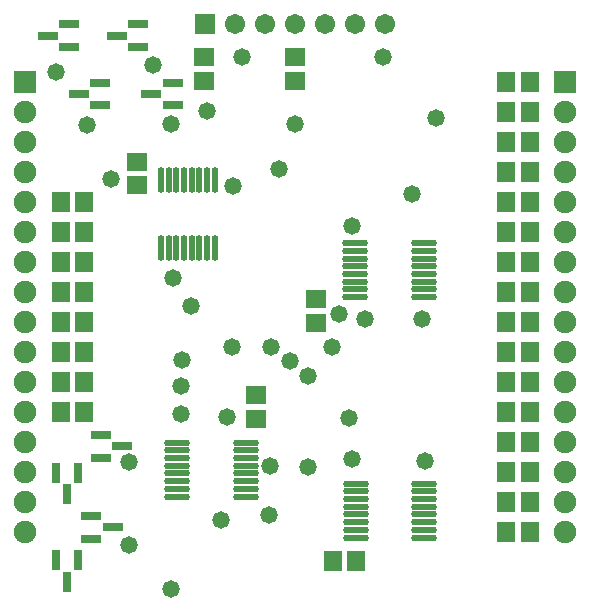
<source format=gts>
%FSLAX43Y43*%
%MOMM*%
G71*
G01*
G75*
G04 Layer_Color=8388736*
%ADD10R,1.500X1.400*%
%ADD11R,1.600X0.600*%
%ADD12R,0.600X1.600*%
%ADD13R,1.400X1.500*%
%ADD14O,2.000X0.350*%
%ADD15O,0.350X2.000*%
%ADD16C,0.300*%
%ADD17C,0.500*%
%ADD18R,1.700X1.700*%
%ADD19C,1.700*%
%ADD20C,1.500*%
%ADD21R,1.500X1.500*%
%ADD22C,1.270*%
%ADD23C,0.250*%
%ADD24C,0.600*%
%ADD25C,0.200*%
%ADD26C,0.254*%
%ADD27R,1.703X1.603*%
%ADD28R,1.803X0.803*%
%ADD29R,0.803X1.803*%
%ADD30R,1.603X1.703*%
%ADD31O,2.203X0.553*%
%ADD32O,0.553X2.203*%
%ADD33R,1.903X1.903*%
%ADD34C,1.903*%
%ADD35C,1.703*%
%ADD36R,1.703X1.703*%
%ADD37C,1.473*%
D27*
X21700Y17510D02*
D03*
Y15510D02*
D03*
X11610Y37280D02*
D03*
Y35280D02*
D03*
X24970Y46150D02*
D03*
Y44150D02*
D03*
X26750Y23650D02*
D03*
Y25650D02*
D03*
X17310Y44150D02*
D03*
Y46150D02*
D03*
D28*
X9870Y47960D02*
D03*
X11670Y48910D02*
D03*
Y47010D02*
D03*
X4070Y47960D02*
D03*
X5870Y48910D02*
D03*
Y47010D02*
D03*
X6660Y43000D02*
D03*
X8460Y43950D02*
D03*
Y42050D02*
D03*
X12810Y43000D02*
D03*
X14610Y43950D02*
D03*
Y42050D02*
D03*
X10320Y13180D02*
D03*
X8520Y12230D02*
D03*
Y14130D02*
D03*
X9540Y6320D02*
D03*
X7740Y5370D02*
D03*
Y7270D02*
D03*
D29*
X5670Y9120D02*
D03*
X4720Y10920D02*
D03*
X6620D02*
D03*
X5690Y1730D02*
D03*
X4740Y3530D02*
D03*
X6640D02*
D03*
D30*
X44860Y11030D02*
D03*
X42860D02*
D03*
X44860Y8490D02*
D03*
X42860D02*
D03*
X44860Y18650D02*
D03*
X42860D02*
D03*
X7140Y28810D02*
D03*
X5140D02*
D03*
X7140Y31350D02*
D03*
X5140D02*
D03*
X7140Y33890D02*
D03*
X5140D02*
D03*
X30170Y3450D02*
D03*
X28170D02*
D03*
X44860Y41510D02*
D03*
Y38990D02*
D03*
Y36430D02*
D03*
Y33890D02*
D03*
Y31350D02*
D03*
Y28810D02*
D03*
Y26270D02*
D03*
Y5950D02*
D03*
Y13570D02*
D03*
Y16110D02*
D03*
Y21190D02*
D03*
Y23730D02*
D03*
Y44050D02*
D03*
X42860D02*
D03*
Y41510D02*
D03*
Y38990D02*
D03*
Y36430D02*
D03*
Y33890D02*
D03*
Y31350D02*
D03*
Y28810D02*
D03*
Y26270D02*
D03*
Y23730D02*
D03*
Y21190D02*
D03*
Y16110D02*
D03*
Y13570D02*
D03*
Y5950D02*
D03*
X7140Y26270D02*
D03*
Y23730D02*
D03*
Y21190D02*
D03*
Y18650D02*
D03*
Y16110D02*
D03*
X5140Y23730D02*
D03*
Y21190D02*
D03*
Y18650D02*
D03*
Y16110D02*
D03*
Y26270D02*
D03*
D31*
X30100Y10015D02*
D03*
Y9365D02*
D03*
Y8715D02*
D03*
Y8065D02*
D03*
Y7415D02*
D03*
Y6765D02*
D03*
Y6115D02*
D03*
Y5465D02*
D03*
X35900Y10015D02*
D03*
Y9365D02*
D03*
Y8715D02*
D03*
Y8065D02*
D03*
Y7415D02*
D03*
Y6765D02*
D03*
Y6115D02*
D03*
Y5465D02*
D03*
X20790Y8935D02*
D03*
Y9585D02*
D03*
Y10235D02*
D03*
Y10885D02*
D03*
Y11535D02*
D03*
Y12185D02*
D03*
Y12835D02*
D03*
Y13485D02*
D03*
X14990Y8935D02*
D03*
Y9585D02*
D03*
Y10235D02*
D03*
Y10885D02*
D03*
Y11535D02*
D03*
Y12185D02*
D03*
Y12835D02*
D03*
Y13485D02*
D03*
X30090Y30365D02*
D03*
Y29715D02*
D03*
Y29065D02*
D03*
Y28415D02*
D03*
Y27765D02*
D03*
Y27115D02*
D03*
Y26465D02*
D03*
Y25815D02*
D03*
X35890Y30365D02*
D03*
Y29715D02*
D03*
Y29065D02*
D03*
Y28415D02*
D03*
Y27765D02*
D03*
Y27115D02*
D03*
Y26465D02*
D03*
Y25815D02*
D03*
D32*
X18175Y35750D02*
D03*
X17525D02*
D03*
X16875D02*
D03*
X16225D02*
D03*
X15575D02*
D03*
X14925D02*
D03*
X14275D02*
D03*
X13625D02*
D03*
X18175Y29950D02*
D03*
X17525D02*
D03*
X16875D02*
D03*
X16225D02*
D03*
X15575D02*
D03*
X14925D02*
D03*
X14275D02*
D03*
X13625D02*
D03*
D33*
X2140Y44050D02*
D03*
X47860D02*
D03*
D34*
X2140Y41510D02*
D03*
Y38970D02*
D03*
Y36430D02*
D03*
Y33890D02*
D03*
Y31350D02*
D03*
Y28810D02*
D03*
Y26270D02*
D03*
Y23730D02*
D03*
Y21190D02*
D03*
Y18650D02*
D03*
Y16110D02*
D03*
Y13570D02*
D03*
Y11030D02*
D03*
Y8490D02*
D03*
Y5950D02*
D03*
X47860Y41510D02*
D03*
Y38970D02*
D03*
Y36430D02*
D03*
Y33890D02*
D03*
Y31350D02*
D03*
Y28810D02*
D03*
Y26270D02*
D03*
Y23730D02*
D03*
Y21190D02*
D03*
Y18650D02*
D03*
Y16110D02*
D03*
Y13570D02*
D03*
Y11030D02*
D03*
Y8490D02*
D03*
Y5950D02*
D03*
D35*
X32620Y48910D02*
D03*
X30080D02*
D03*
X27540D02*
D03*
X25000D02*
D03*
X19920D02*
D03*
X22460D02*
D03*
D36*
X17380D02*
D03*
D37*
X26090Y11440D02*
D03*
X28110Y21600D02*
D03*
X28700Y24350D02*
D03*
X24570Y20400D02*
D03*
X19620Y21600D02*
D03*
X34900Y34540D02*
D03*
X36000Y11950D02*
D03*
X14440Y1130D02*
D03*
X22930Y21580D02*
D03*
X22840Y11510D02*
D03*
X19190Y15710D02*
D03*
X26050Y19160D02*
D03*
X29510Y15550D02*
D03*
X19690Y35200D02*
D03*
X10950Y11870D02*
D03*
X17500Y41570D02*
D03*
X24970Y40490D02*
D03*
X9360Y35860D02*
D03*
X14620Y27470D02*
D03*
X36910Y40980D02*
D03*
X10930Y4790D02*
D03*
X29760Y12120D02*
D03*
X32450Y46180D02*
D03*
X20460D02*
D03*
X22770Y7370D02*
D03*
X29820Y31810D02*
D03*
X23580Y36700D02*
D03*
X14480Y40450D02*
D03*
X4780Y44900D02*
D03*
X7350Y40360D02*
D03*
X15360Y15960D02*
D03*
X12920Y45470D02*
D03*
X15340Y18330D02*
D03*
X15380Y20460D02*
D03*
X16140Y25090D02*
D03*
X35750Y24000D02*
D03*
X30880Y23990D02*
D03*
X18720Y6970D02*
D03*
M02*

</source>
